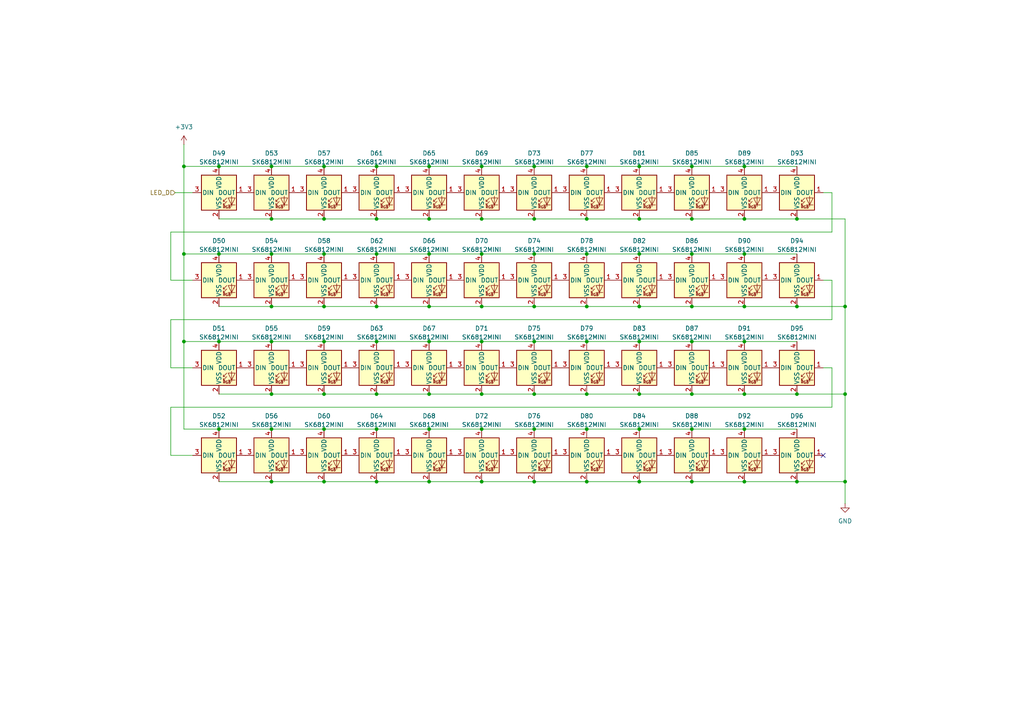
<source format=kicad_sch>
(kicad_sch (version 20250114) (generator "eeschema") (generator_version "9.0")
  (paper "A4")
  (lib_symbols
    (symbol "LED:SK6812MINI" (pin_names (offset 0.254))
      (property "Reference" "D" (at 5.08 5.715 0))
      (property "Value" "SK6812MINI" (at 1.27 -5.715 0))
      (symbol "SK6812MINI_0_0"
        (text "RGB" (at 2.286 -4.191 0) (effects (font (size 0.762 0.762))))
      )
      (symbol "SK6812MINI_0_1"
        (polyline (pts (xy 1.27 -2.54) (xy 1.778 -2.54)))
        (polyline (pts (xy 1.27 -3.556) (xy 1.778 -3.556)))
        (polyline (pts (xy 2.286 -1.524) (xy 1.27 -2.54) (xy 1.27 -2.032)))
        (polyline (pts (xy 2.286 -2.54) (xy 1.27 -3.556) (xy 1.27 -3.048)))
        (polyline (pts (xy 3.683 -1.016) (xy 3.683 -3.556) (xy 3.683 -4.064)))
        (polyline (pts (xy 4.699 -1.524) (xy 2.667 -1.524) (xy 3.683 -3.556) (xy 4.699 -1.524)))
        (polyline (pts (xy 4.699 -3.556) (xy 2.667 -3.556)))
        (rectangle (start 5.08 5.08) (end -5.08 -5.08) (stroke (width 0.254)) (fill (type background)))
      )
      (symbol "SK6812MINI_1_1"
        (pin input line (at -7.62 0 0) (length 2.54) (name "DIN") (number "3"))
        (pin power_in line (at 0 7.62 270) (length 2.54) (name "VDD") (number "4"))
        (pin power_in line (at 0 -7.62 90) (length 2.54) (name "VSS") (number "2"))
        (pin output line (at 7.62 0 180) (length 2.54) (name "DOUT") (number "1"))
      )
    )
    (symbol "power:+3V3" (power) (pin_numbers (hide yes)) (pin_names (offset 0) (hide yes))
      (property "Value" "+3V3" (at 0 3.556 0))
      (symbol "+3V3_0_1"
        (polyline (pts (xy -0.762 1.27) (xy 0 2.54)))
        (polyline (pts (xy 0 2.54) (xy 0.762 1.27)))
        (polyline (pts (xy 0 0) (xy 0 2.54)))
      )
      (symbol "+3V3_1_1"
        (pin power_in line (at 0 0 90) (length 0) (name "~") (number "1"))
      )
    )
    (symbol "power:GND" (power) (pin_numbers (hide yes)) (pin_names (offset 0) (hide yes))
      (property "Value" "GND" (at 0 -3.81 0))
      (symbol "GND_0_1"
        (polyline (pts (xy 0 0) (xy 0 -1.27) (xy 1.27 -1.27) (xy 0 -2.54) (xy -1.27 -1.27) (xy 0 -1.27)))
      )
      (symbol "GND_1_1"
        (pin power_in line (at 0 0 270) (length 0) (name "~") (number "1"))
      )
    )
  )
  (junction (at 139.7 139.7))
  (junction (at 124.46 114.3))
  (junction (at 200.66 73.66))
  (junction (at 93.98 48.26))
  (junction (at 200.66 139.7))
  (junction (at 109.22 139.7))
  (junction (at 124.46 139.7))
  (junction (at 215.9 114.3))
  (junction (at 63.5 48.26))
  (junction (at 231.14 88.9))
  (junction (at 215.9 124.46))
  (junction (at 139.7 48.26))
  (junction (at 245.11 139.7))
  (junction (at 109.22 73.66))
  (junction (at 245.11 114.3))
  (junction (at 215.9 73.66))
  (junction (at 154.94 99.06))
  (junction (at 231.14 63.5))
  (junction (at 200.66 88.9))
  (junction (at 185.42 139.7))
  (junction (at 185.42 63.5))
  (junction (at 93.98 99.06))
  (junction (at 200.66 114.3))
  (junction (at 154.94 114.3))
  (junction (at 93.98 63.5))
  (junction (at 200.66 63.5))
  (junction (at 170.18 139.7))
  (junction (at 139.7 114.3))
  (junction (at 200.66 48.26))
  (junction (at 53.34 99.06))
  (junction (at 93.98 124.46))
  (junction (at 124.46 73.66))
  (junction (at 154.94 139.7))
  (junction (at 53.34 73.66))
  (junction (at 170.18 114.3))
  (junction (at 93.98 139.7))
  (junction (at 109.22 114.3))
  (junction (at 215.9 48.26))
  (junction (at 215.9 139.7))
  (junction (at 139.7 88.9))
  (junction (at 185.42 99.06))
  (junction (at 78.74 73.66))
  (junction (at 109.22 88.9))
  (junction (at 215.9 99.06))
  (junction (at 185.42 48.26))
  (junction (at 200.66 99.06))
  (junction (at 185.42 73.66))
  (junction (at 170.18 63.5))
  (junction (at 139.7 73.66))
  (junction (at 170.18 88.9))
  (junction (at 231.14 139.7))
  (junction (at 154.94 63.5))
  (junction (at 124.46 63.5))
  (junction (at 215.9 88.9))
  (junction (at 78.74 63.5))
  (junction (at 154.94 73.66))
  (junction (at 139.7 124.46))
  (junction (at 109.22 99.06))
  (junction (at 170.18 48.26))
  (junction (at 93.98 73.66))
  (junction (at 154.94 88.9))
  (junction (at 154.94 124.46))
  (junction (at 78.74 124.46))
  (junction (at 185.42 124.46))
  (junction (at 124.46 48.26))
  (junction (at 245.11 88.9))
  (junction (at 231.14 114.3))
  (junction (at 185.42 88.9))
  (junction (at 63.5 99.06))
  (junction (at 93.98 88.9))
  (junction (at 215.9 63.5))
  (junction (at 139.7 63.5))
  (junction (at 185.42 114.3))
  (junction (at 109.22 48.26))
  (junction (at 124.46 99.06))
  (junction (at 154.94 48.26))
  (junction (at 200.66 124.46))
  (junction (at 78.74 139.7))
  (junction (at 78.74 48.26))
  (junction (at 93.98 114.3))
  (junction (at 63.5 73.66))
  (junction (at 109.22 63.5))
  (junction (at 139.7 99.06))
  (junction (at 109.22 124.46))
  (junction (at 124.46 124.46))
  (junction (at 63.5 124.46))
  (junction (at 78.74 114.3))
  (junction (at 170.18 73.66))
  (junction (at 124.46 88.9))
  (junction (at 53.34 48.26))
  (junction (at 78.74 99.06))
  (junction (at 78.74 88.9))
  (junction (at 170.18 124.46))
  (junction (at 170.18 99.06))
  (no_connect (at 238.76 132.08))
  (wire (pts (xy 215.9 124.46) (xy 231.14 124.46)))
  (wire (pts (xy 185.42 48.26) (xy 200.66 48.26)))
  (wire (pts (xy 93.98 63.5) (xy 109.22 63.5)))
  (wire (pts (xy 170.18 48.26) (xy 185.42 48.26)))
  (wire (pts (xy 109.22 124.46) (xy 124.46 124.46)))
  (wire (pts (xy 245.11 139.7) (xy 245.11 114.3)))
  (wire (pts (xy 170.18 63.5) (xy 185.42 63.5)))
  (wire (pts (xy 154.94 114.3) (xy 170.18 114.3)))
  (wire (pts (xy 215.9 63.5) (xy 231.14 63.5)))
  (wire (pts (xy 215.9 99.06) (xy 231.14 99.06)))
  (wire (pts (xy 241.3 81.28) (xy 241.3 92.71)))
  (wire (pts (xy 185.42 139.7) (xy 200.66 139.7)))
  (wire (pts (xy 154.94 124.46) (xy 170.18 124.46)))
  (wire (pts (xy 124.46 139.7) (xy 139.7 139.7)))
  (wire (pts (xy 241.3 55.88) (xy 241.3 67.31)))
  (wire (pts (xy 49.53 67.31) (xy 49.53 81.28)))
  (wire (pts (xy 170.18 124.46) (xy 185.42 124.46)))
  (wire (pts (xy 93.98 124.46) (xy 109.22 124.46)))
  (wire (pts (xy 93.98 99.06) (xy 109.22 99.06)))
  (wire (pts (xy 185.42 114.3) (xy 200.66 114.3)))
  (wire (pts (xy 53.34 124.46) (xy 63.5 124.46)))
  (wire (pts (xy 215.9 48.26) (xy 231.14 48.26)))
  (wire (pts (xy 215.9 73.66) (xy 231.14 73.66)))
  (wire (pts (xy 245.11 63.5) (xy 231.14 63.5)))
  (wire (pts (xy 49.53 81.28) (xy 55.88 81.28)))
  (wire (pts (xy 185.42 73.66) (xy 200.66 73.66)))
  (wire (pts (xy 170.18 88.9) (xy 185.42 88.9)))
  (wire (pts (xy 200.66 114.3) (xy 215.9 114.3)))
  (wire (pts (xy 63.5 124.46) (xy 78.74 124.46)))
  (wire (pts (xy 63.5 114.3) (xy 78.74 114.3)))
  (wire (pts (xy 109.22 114.3) (xy 124.46 114.3)))
  (wire (pts (xy 231.14 139.7) (xy 245.11 139.7)))
  (wire (pts (xy 241.3 118.11) (xy 49.53 118.11)))
  (wire (pts (xy 53.34 48.26) (xy 53.34 73.66)))
  (wire (pts (xy 215.9 114.3) (xy 231.14 114.3)))
  (wire (pts (xy 139.7 88.9) (xy 154.94 88.9)))
  (wire (pts (xy 200.66 73.66) (xy 215.9 73.66)))
  (wire (pts (xy 109.22 63.5) (xy 124.46 63.5)))
  (wire (pts (xy 245.11 88.9) (xy 245.11 63.5)))
  (wire (pts (xy 139.7 114.3) (xy 154.94 114.3)))
  (wire (pts (xy 49.53 118.11) (xy 49.53 132.08)))
  (wire (pts (xy 53.34 99.06) (xy 53.34 124.46)))
  (wire (pts (xy 124.46 124.46) (xy 139.7 124.46)))
  (wire (pts (xy 78.74 63.5) (xy 93.98 63.5)))
  (wire (pts (xy 154.94 63.5) (xy 170.18 63.5)))
  (wire (pts (xy 124.46 99.06) (xy 139.7 99.06)))
  (wire (pts (xy 200.66 48.26) (xy 215.9 48.26)))
  (wire (pts (xy 200.66 99.06) (xy 215.9 99.06)))
  (wire (pts (xy 63.5 88.9) (xy 78.74 88.9)))
  (wire (pts (xy 154.94 88.9) (xy 170.18 88.9)))
  (wire (pts (xy 49.53 132.08) (xy 55.88 132.08)))
  (wire (pts (xy 241.3 67.31) (xy 49.53 67.31)))
  (wire (pts (xy 231.14 88.9) (xy 245.11 88.9)))
  (wire (pts (xy 241.3 106.68) (xy 241.3 118.11)))
  (wire (pts (xy 78.74 124.46) (xy 93.98 124.46)))
  (wire (pts (xy 78.74 73.66) (xy 93.98 73.66)))
  (wire (pts (xy 139.7 139.7) (xy 154.94 139.7)))
  (wire (pts (xy 245.11 139.7) (xy 245.11 146.05)))
  (wire (pts (xy 109.22 73.66) (xy 124.46 73.66)))
  (wire (pts (xy 139.7 99.06) (xy 154.94 99.06)))
  (wire (pts (xy 200.66 139.7) (xy 215.9 139.7)))
  (wire (pts (xy 241.3 92.71) (xy 49.53 92.71)))
  (wire (pts (xy 63.5 139.7) (xy 78.74 139.7)))
  (wire (pts (xy 63.5 63.5) (xy 78.74 63.5)))
  (wire (pts (xy 139.7 73.66) (xy 154.94 73.66)))
  (wire (pts (xy 170.18 73.66) (xy 185.42 73.66)))
  (wire (pts (xy 53.34 73.66) (xy 53.34 99.06)))
  (wire (pts (xy 241.3 106.68) (xy 238.76 106.68)))
  (wire (pts (xy 53.34 48.26) (xy 63.5 48.26)))
  (wire (pts (xy 241.3 55.88) (xy 238.76 55.88)))
  (wire (pts (xy 200.66 124.46) (xy 215.9 124.46)))
  (wire (pts (xy 231.14 114.3) (xy 245.11 114.3)))
  (wire (pts (xy 200.66 63.5) (xy 215.9 63.5)))
  (wire (pts (xy 53.34 41.91) (xy 53.34 48.26)))
  (wire (pts (xy 109.22 139.7) (xy 124.46 139.7)))
  (wire (pts (xy 139.7 124.46) (xy 154.94 124.46)))
  (wire (pts (xy 78.74 48.26) (xy 93.98 48.26)))
  (wire (pts (xy 154.94 99.06) (xy 170.18 99.06)))
  (wire (pts (xy 170.18 139.7) (xy 185.42 139.7)))
  (wire (pts (xy 78.74 139.7) (xy 93.98 139.7)))
  (wire (pts (xy 63.5 99.06) (xy 78.74 99.06)))
  (wire (pts (xy 154.94 48.26) (xy 170.18 48.26)))
  (wire (pts (xy 49.53 92.71) (xy 49.53 106.68)))
  (wire (pts (xy 139.7 48.26) (xy 154.94 48.26)))
  (wire (pts (xy 185.42 124.46) (xy 200.66 124.46)))
  (wire (pts (xy 154.94 139.7) (xy 170.18 139.7)))
  (wire (pts (xy 154.94 73.66) (xy 170.18 73.66)))
  (wire (pts (xy 78.74 114.3) (xy 93.98 114.3)))
  (wire (pts (xy 185.42 99.06) (xy 200.66 99.06)))
  (wire (pts (xy 124.46 48.26) (xy 139.7 48.26)))
  (wire (pts (xy 78.74 88.9) (xy 93.98 88.9)))
  (wire (pts (xy 215.9 139.7) (xy 231.14 139.7)))
  (wire (pts (xy 93.98 48.26) (xy 109.22 48.26)))
  (wire (pts (xy 124.46 114.3) (xy 139.7 114.3)))
  (wire (pts (xy 109.22 99.06) (xy 124.46 99.06)))
  (wire (pts (xy 63.5 48.26) (xy 78.74 48.26)))
  (wire (pts (xy 124.46 73.66) (xy 139.7 73.66)))
  (wire (pts (xy 53.34 73.66) (xy 63.5 73.66)))
  (wire (pts (xy 93.98 139.7) (xy 109.22 139.7)))
  (wire (pts (xy 53.34 99.06) (xy 63.5 99.06)))
  (wire (pts (xy 93.98 88.9) (xy 109.22 88.9)))
  (wire (pts (xy 139.7 63.5) (xy 154.94 63.5)))
  (wire (pts (xy 78.74 99.06) (xy 93.98 99.06)))
  (wire (pts (xy 63.5 73.66) (xy 78.74 73.66)))
  (wire (pts (xy 200.66 88.9) (xy 215.9 88.9)))
  (wire (pts (xy 185.42 88.9) (xy 200.66 88.9)))
  (wire (pts (xy 241.3 81.28) (xy 238.76 81.28)))
  (wire (pts (xy 109.22 48.26) (xy 124.46 48.26)))
  (wire (pts (xy 170.18 99.06) (xy 185.42 99.06)))
  (wire (pts (xy 245.11 114.3) (xy 245.11 88.9)))
  (wire (pts (xy 170.18 114.3) (xy 185.42 114.3)))
  (wire (pts (xy 124.46 88.9) (xy 139.7 88.9)))
  (wire (pts (xy 50.8 55.88) (xy 55.88 55.88)))
  (wire (pts (xy 93.98 114.3) (xy 109.22 114.3)))
  (wire (pts (xy 124.46 63.5) (xy 139.7 63.5)))
  (wire (pts (xy 93.98 73.66) (xy 109.22 73.66)))
  (wire (pts (xy 109.22 88.9) (xy 124.46 88.9)))
  (wire (pts (xy 215.9 88.9) (xy 231.14 88.9)))
  (wire (pts (xy 185.42 63.5) (xy 200.66 63.5)))
  (wire (pts (xy 49.53 106.68) (xy 55.88 106.68)))
  (hierarchical_label "LED_D" (shape input) (at 50.8 55.88 180))
  (symbol (lib_id "LED:SK6812MINI") (at 185.42 132.08 0) (unit 1)
    (property "Reference" "D84" (at 185.42 120.65 0))
    (property "Value" "SK6812MINI" (at 185.42 123.19 0))
    (property "Footprint" "LED_SMD:LED_SK6812MINI_PLCC4_3.5x3.5mm_P1.75mm" (effects (hide yes)))
    (property "Datasheet" "https://cdn-shop.adafruit.com/product-files/2686/SK6812MINI_REV.01-1-2.pdf" (effects (hide yes)))
    (property "Description" "RGB LED with integrated controller" (effects (hide yes)))
  )
  (symbol (lib_id "LED:SK6812MINI") (at 78.74 106.68 0) (unit 1)
    (property "Reference" "D55" (at 78.74 95.25 0))
    (property "Value" "SK6812MINI" (at 78.74 97.79 0))
    (property "Footprint" "LED_SMD:LED_SK6812MINI_PLCC4_3.5x3.5mm_P1.75mm" (effects (hide yes)))
    (property "Datasheet" "https://cdn-shop.adafruit.com/product-files/2686/SK6812MINI_REV.01-1-2.pdf" (effects (hide yes)))
    (property "Description" "RGB LED with integrated controller" (effects (hide yes)))
  )
  (symbol (lib_id "LED:SK6812MINI") (at 231.14 106.68 0) (unit 1)
    (property "Reference" "D95" (at 231.14 95.25 0))
    (property "Value" "SK6812MINI" (at 231.14 97.79 0))
    (property "Footprint" "LED_SMD:LED_SK6812MINI_PLCC4_3.5x3.5mm_P1.75mm" (effects (hide yes)))
    (property "Datasheet" "https://cdn-shop.adafruit.com/product-files/2686/SK6812MINI_REV.01-1-2.pdf" (effects (hide yes)))
    (property "Description" "RGB LED with integrated controller" (effects (hide yes)))
  )
  (symbol (lib_id "LED:SK6812MINI") (at 154.94 132.08 0) (unit 1)
    (property "Reference" "D76" (at 154.94 120.65 0))
    (property "Value" "SK6812MINI" (at 154.94 123.19 0))
    (property "Footprint" "LED_SMD:LED_SK6812MINI_PLCC4_3.5x3.5mm_P1.75mm" (effects (hide yes)))
    (property "Datasheet" "https://cdn-shop.adafruit.com/product-files/2686/SK6812MINI_REV.01-1-2.pdf" (effects (hide yes)))
    (property "Description" "RGB LED with integrated controller" (effects (hide yes)))
  )
  (symbol (lib_id "LED:SK6812MINI") (at 200.66 106.68 0) (unit 1)
    (property "Reference" "D87" (at 200.66 95.25 0))
    (property "Value" "SK6812MINI" (at 200.66 97.79 0))
    (property "Footprint" "LED_SMD:LED_SK6812MINI_PLCC4_3.5x3.5mm_P1.75mm" (effects (hide yes)))
    (property "Datasheet" "https://cdn-shop.adafruit.com/product-files/2686/SK6812MINI_REV.01-1-2.pdf" (effects (hide yes)))
    (property "Description" "RGB LED with integrated controller" (effects (hide yes)))
  )
  (symbol (lib_id "LED:SK6812MINI") (at 215.9 81.28 0) (unit 1)
    (property "Reference" "D90" (at 215.9 69.85 0))
    (property "Value" "SK6812MINI" (at 215.9 72.39 0))
    (property "Footprint" "LED_SMD:LED_SK6812MINI_PLCC4_3.5x3.5mm_P1.75mm" (effects (hide yes)))
    (property "Datasheet" "https://cdn-shop.adafruit.com/product-files/2686/SK6812MINI_REV.01-1-2.pdf" (effects (hide yes)))
    (property "Description" "RGB LED with integrated controller" (effects (hide yes)))
  )
  (symbol (lib_id "LED:SK6812MINI") (at 139.7 106.68 0) (unit 1)
    (property "Reference" "D71" (at 139.7 95.25 0))
    (property "Value" "SK6812MINI" (at 139.7 97.79 0))
    (property "Footprint" "LED_SMD:LED_SK6812MINI_PLCC4_3.5x3.5mm_P1.75mm" (effects (hide yes)))
    (property "Datasheet" "https://cdn-shop.adafruit.com/product-files/2686/SK6812MINI_REV.01-1-2.pdf" (effects (hide yes)))
    (property "Description" "RGB LED with integrated controller" (effects (hide yes)))
  )
  (symbol (lib_id "LED:SK6812MINI") (at 154.94 55.88 0) (unit 1)
    (property "Reference" "D73" (at 154.94 44.45 0))
    (property "Value" "SK6812MINI" (at 154.94 46.99 0))
    (property "Footprint" "LED_SMD:LED_SK6812MINI_PLCC4_3.5x3.5mm_P1.75mm" (effects (hide yes)))
    (property "Datasheet" "https://cdn-shop.adafruit.com/product-files/2686/SK6812MINI_REV.01-1-2.pdf" (effects (hide yes)))
    (property "Description" "RGB LED with integrated controller" (effects (hide yes)))
  )
  (symbol (lib_id "LED:SK6812MINI") (at 109.22 106.68 0) (unit 1)
    (property "Reference" "D63" (at 109.22 95.25 0))
    (property "Value" "SK6812MINI" (at 109.22 97.79 0))
    (property "Footprint" "LED_SMD:LED_SK6812MINI_PLCC4_3.5x3.5mm_P1.75mm" (effects (hide yes)))
    (property "Datasheet" "https://cdn-shop.adafruit.com/product-files/2686/SK6812MINI_REV.01-1-2.pdf" (effects (hide yes)))
    (property "Description" "RGB LED with integrated controller" (effects (hide yes)))
  )
  (symbol (lib_id "LED:SK6812MINI") (at 139.7 55.88 0) (unit 1)
    (property "Reference" "D69" (at 139.7 44.45 0))
    (property "Value" "SK6812MINI" (at 139.7 46.99 0))
    (property "Footprint" "LED_SMD:LED_SK6812MINI_PLCC4_3.5x3.5mm_P1.75mm" (effects (hide yes)))
    (property "Datasheet" "https://cdn-shop.adafruit.com/product-files/2686/SK6812MINI_REV.01-1-2.pdf" (effects (hide yes)))
    (property "Description" "RGB LED with integrated controller" (effects (hide yes)))
  )
  (symbol (lib_id "LED:SK6812MINI") (at 124.46 106.68 0) (unit 1)
    (property "Reference" "D67" (at 124.46 95.25 0))
    (property "Value" "SK6812MINI" (at 124.46 97.79 0))
    (property "Footprint" "LED_SMD:LED_SK6812MINI_PLCC4_3.5x3.5mm_P1.75mm" (effects (hide yes)))
    (property "Datasheet" "https://cdn-shop.adafruit.com/product-files/2686/SK6812MINI_REV.01-1-2.pdf" (effects (hide yes)))
    (property "Description" "RGB LED with integrated controller" (effects (hide yes)))
  )
  (symbol (lib_id "LED:SK6812MINI") (at 215.9 132.08 0) (unit 1)
    (property "Reference" "D92" (at 215.9 120.65 0))
    (property "Value" "SK6812MINI" (at 215.9 123.19 0))
    (property "Footprint" "LED_SMD:LED_SK6812MINI_PLCC4_3.5x3.5mm_P1.75mm" (effects (hide yes)))
    (property "Datasheet" "https://cdn-shop.adafruit.com/product-files/2686/SK6812MINI_REV.01-1-2.pdf" (effects (hide yes)))
    (property "Description" "RGB LED with integrated controller" (effects (hide yes)))
  )
  (symbol (lib_id "LED:SK6812MINI") (at 154.94 81.28 0) (unit 1)
    (property "Reference" "D74" (at 154.94 69.85 0))
    (property "Value" "SK6812MINI" (at 154.94 72.39 0))
    (property "Footprint" "LED_SMD:LED_SK6812MINI_PLCC4_3.5x3.5mm_P1.75mm" (effects (hide yes)))
    (property "Datasheet" "https://cdn-shop.adafruit.com/product-files/2686/SK6812MINI_REV.01-1-2.pdf" (effects (hide yes)))
    (property "Description" "RGB LED with integrated controller" (effects (hide yes)))
  )
  (symbol (lib_id "LED:SK6812MINI") (at 93.98 132.08 0) (unit 1)
    (property "Reference" "D60" (at 93.98 120.65 0))
    (property "Value" "SK6812MINI" (at 93.98 123.19 0))
    (property "Footprint" "LED_SMD:LED_SK6812MINI_PLCC4_3.5x3.5mm_P1.75mm" (effects (hide yes)))
    (property "Datasheet" "https://cdn-shop.adafruit.com/product-files/2686/SK6812MINI_REV.01-1-2.pdf" (effects (hide yes)))
    (property "Description" "RGB LED with integrated controller" (effects (hide yes)))
  )
  (symbol (lib_id "power:+3V3") (at 53.34 41.91 0) (unit 1)
    (property "Reference" "#PWR05" (effects (hide yes)))
    (property "Value" "+3V3" (at 53.34 36.83 0))
    (property "Description" "Power symbol creates a global label with name \"+3V3\"" (effects (hide yes)))
  )
  (symbol (lib_id "LED:SK6812MINI") (at 78.74 55.88 0) (unit 1)
    (property "Reference" "D53" (at 78.74 44.45 0))
    (property "Value" "SK6812MINI" (at 78.74 46.99 0))
    (property "Footprint" "LED_SMD:LED_SK6812MINI_PLCC4_3.5x3.5mm_P1.75mm" (effects (hide yes)))
    (property "Datasheet" "https://cdn-shop.adafruit.com/product-files/2686/SK6812MINI_REV.01-1-2.pdf" (effects (hide yes)))
    (property "Description" "RGB LED with integrated controller" (effects (hide yes)))
  )
  (symbol (lib_id "LED:SK6812MINI") (at 109.22 132.08 0) (unit 1)
    (property "Reference" "D64" (at 109.22 120.65 0))
    (property "Value" "SK6812MINI" (at 109.22 123.19 0))
    (property "Footprint" "LED_SMD:LED_SK6812MINI_PLCC4_3.5x3.5mm_P1.75mm" (effects (hide yes)))
    (property "Datasheet" "https://cdn-shop.adafruit.com/product-files/2686/SK6812MINI_REV.01-1-2.pdf" (effects (hide yes)))
    (property "Description" "RGB LED with integrated controller" (effects (hide yes)))
  )
  (symbol (lib_id "LED:SK6812MINI") (at 78.74 132.08 0) (unit 1)
    (property "Reference" "D56" (at 78.74 120.65 0))
    (property "Value" "SK6812MINI" (at 78.74 123.19 0))
    (property "Footprint" "LED_SMD:LED_SK6812MINI_PLCC4_3.5x3.5mm_P1.75mm" (effects (hide yes)))
    (property "Datasheet" "https://cdn-shop.adafruit.com/product-files/2686/SK6812MINI_REV.01-1-2.pdf" (effects (hide yes)))
    (property "Description" "RGB LED with integrated controller" (effects (hide yes)))
  )
  (symbol (lib_id "LED:SK6812MINI") (at 93.98 81.28 0) (unit 1)
    (property "Reference" "D58" (at 93.98 69.85 0))
    (property "Value" "SK6812MINI" (at 93.98 72.39 0))
    (property "Footprint" "LED_SMD:LED_SK6812MINI_PLCC4_3.5x3.5mm_P1.75mm" (effects (hide yes)))
    (property "Datasheet" "https://cdn-shop.adafruit.com/product-files/2686/SK6812MINI_REV.01-1-2.pdf" (effects (hide yes)))
    (property "Description" "RGB LED with integrated controller" (effects (hide yes)))
  )
  (symbol (lib_id "LED:SK6812MINI") (at 78.74 81.28 0) (unit 1)
    (property "Reference" "D54" (at 78.74 69.85 0))
    (property "Value" "SK6812MINI" (at 78.74 72.39 0))
    (property "Footprint" "LED_SMD:LED_SK6812MINI_PLCC4_3.5x3.5mm_P1.75mm" (effects (hide yes)))
    (property "Datasheet" "https://cdn-shop.adafruit.com/product-files/2686/SK6812MINI_REV.01-1-2.pdf" (effects (hide yes)))
    (property "Description" "RGB LED with integrated controller" (effects (hide yes)))
  )
  (symbol (lib_id "LED:SK6812MINI") (at 170.18 132.08 0) (unit 1)
    (property "Reference" "D80" (at 170.18 120.65 0))
    (property "Value" "SK6812MINI" (at 170.18 123.19 0))
    (property "Footprint" "LED_SMD:LED_SK6812MINI_PLCC4_3.5x3.5mm_P1.75mm" (effects (hide yes)))
    (property "Datasheet" "https://cdn-shop.adafruit.com/product-files/2686/SK6812MINI_REV.01-1-2.pdf" (effects (hide yes)))
    (property "Description" "RGB LED with integrated controller" (effects (hide yes)))
  )
  (symbol (lib_id "LED:SK6812MINI") (at 139.7 81.28 0) (unit 1)
    (property "Reference" "D70" (at 139.7 69.85 0))
    (property "Value" "SK6812MINI" (at 139.7 72.39 0))
    (property "Footprint" "LED_SMD:LED_SK6812MINI_PLCC4_3.5x3.5mm_P1.75mm" (effects (hide yes)))
    (property "Datasheet" "https://cdn-shop.adafruit.com/product-files/2686/SK6812MINI_REV.01-1-2.pdf" (effects (hide yes)))
    (property "Description" "RGB LED with integrated controller" (effects (hide yes)))
  )
  (symbol (lib_id "LED:SK6812MINI") (at 185.42 55.88 0) (unit 1)
    (property "Reference" "D81" (at 185.42 44.45 0))
    (property "Value" "SK6812MINI" (at 185.42 46.99 0))
    (property "Footprint" "LED_SMD:LED_SK6812MINI_PLCC4_3.5x3.5mm_P1.75mm" (effects (hide yes)))
    (property "Datasheet" "https://cdn-shop.adafruit.com/product-files/2686/SK6812MINI_REV.01-1-2.pdf" (effects (hide yes)))
    (property "Description" "RGB LED with integrated controller" (effects (hide yes)))
  )
  (symbol (lib_id "LED:SK6812MINI") (at 93.98 106.68 0) (unit 1)
    (property "Reference" "D59" (at 93.98 95.25 0))
    (property "Value" "SK6812MINI" (at 93.98 97.79 0))
    (property "Footprint" "LED_SMD:LED_SK6812MINI_PLCC4_3.5x3.5mm_P1.75mm" (effects (hide yes)))
    (property "Datasheet" "https://cdn-shop.adafruit.com/product-files/2686/SK6812MINI_REV.01-1-2.pdf" (effects (hide yes)))
    (property "Description" "RGB LED with integrated controller" (effects (hide yes)))
  )
  (symbol (lib_id "LED:SK6812MINI") (at 185.42 81.28 0) (unit 1)
    (property "Reference" "D82" (at 185.42 69.85 0))
    (property "Value" "SK6812MINI" (at 185.42 72.39 0))
    (property "Footprint" "LED_SMD:LED_SK6812MINI_PLCC4_3.5x3.5mm_P1.75mm" (effects (hide yes)))
    (property "Datasheet" "https://cdn-shop.adafruit.com/product-files/2686/SK6812MINI_REV.01-1-2.pdf" (effects (hide yes)))
    (property "Description" "RGB LED with integrated controller" (effects (hide yes)))
  )
  (symbol (lib_id "LED:SK6812MINI") (at 231.14 132.08 0) (unit 1)
    (property "Reference" "D96" (at 231.14 120.65 0))
    (property "Value" "SK6812MINI" (at 231.14 123.19 0))
    (property "Footprint" "LED_SMD:LED_SK6812MINI_PLCC4_3.5x3.5mm_P1.75mm" (effects (hide yes)))
    (property "Datasheet" "https://cdn-shop.adafruit.com/product-files/2686/SK6812MINI_REV.01-1-2.pdf" (effects (hide yes)))
    (property "Description" "RGB LED with integrated controller" (effects (hide yes)))
  )
  (symbol (lib_id "power:GND") (at 245.11 146.05 0) (unit 1)
    (property "Reference" "#PWR06" (effects (hide yes)))
    (property "Value" "GND" (at 245.11 151.13 0))
    (property "Description" "Power symbol creates a global label with name \"GND\" , ground" (effects (hide yes)))
  )
  (symbol (lib_id "LED:SK6812MINI") (at 63.5 106.68 0) (unit 1)
    (property "Reference" "D51" (at 63.5 95.25 0))
    (property "Value" "SK6812MINI" (at 63.5 97.79 0))
    (property "Footprint" "LED_SMD:LED_SK6812MINI_PLCC4_3.5x3.5mm_P1.75mm" (effects (hide yes)))
    (property "Datasheet" "https://cdn-shop.adafruit.com/product-files/2686/SK6812MINI_REV.01-1-2.pdf" (effects (hide yes)))
    (property "Description" "RGB LED with integrated controller" (effects (hide yes)))
  )
  (symbol (lib_id "LED:SK6812MINI") (at 63.5 55.88 0) (unit 1)
    (property "Reference" "D49" (at 63.5 44.45 0))
    (property "Value" "SK6812MINI" (at 63.5 46.99 0))
    (property "Footprint" "LED_SMD:LED_SK6812MINI_PLCC4_3.5x3.5mm_P1.75mm" (effects (hide yes)))
    (property "Datasheet" "https://cdn-shop.adafruit.com/product-files/2686/SK6812MINI_REV.01-1-2.pdf" (effects (hide yes)))
    (property "Description" "RGB LED with integrated controller" (effects (hide yes)))
  )
  (symbol (lib_id "LED:SK6812MINI") (at 215.9 55.88 0) (unit 1)
    (property "Reference" "D89" (at 215.9 44.45 0))
    (property "Value" "SK6812MINI" (at 215.9 46.99 0))
    (property "Footprint" "LED_SMD:LED_SK6812MINI_PLCC4_3.5x3.5mm_P1.75mm" (effects (hide yes)))
    (property "Datasheet" "https://cdn-shop.adafruit.com/product-files/2686/SK6812MINI_REV.01-1-2.pdf" (effects (hide yes)))
    (property "Description" "RGB LED with integrated controller" (effects (hide yes)))
  )
  (symbol (lib_id "LED:SK6812MINI") (at 170.18 55.88 0) (unit 1)
    (property "Reference" "D77" (at 170.18 44.45 0))
    (property "Value" "SK6812MINI" (at 170.18 46.99 0))
    (property "Footprint" "LED_SMD:LED_SK6812MINI_PLCC4_3.5x3.5mm_P1.75mm" (effects (hide yes)))
    (property "Datasheet" "https://cdn-shop.adafruit.com/product-files/2686/SK6812MINI_REV.01-1-2.pdf" (effects (hide yes)))
    (property "Description" "RGB LED with integrated controller" (effects (hide yes)))
  )
  (symbol (lib_id "LED:SK6812MINI") (at 185.42 106.68 0) (unit 1)
    (property "Reference" "D83" (at 185.42 95.25 0))
    (property "Value" "SK6812MINI" (at 185.42 97.79 0))
    (property "Footprint" "LED_SMD:LED_SK6812MINI_PLCC4_3.5x3.5mm_P1.75mm" (effects (hide yes)))
    (property "Datasheet" "https://cdn-shop.adafruit.com/product-files/2686/SK6812MINI_REV.01-1-2.pdf" (effects (hide yes)))
    (property "Description" "RGB LED with integrated controller" (effects (hide yes)))
  )
  (symbol (lib_id "LED:SK6812MINI") (at 109.22 81.28 0) (unit 1)
    (property "Reference" "D62" (at 109.22 69.85 0))
    (property "Value" "SK6812MINI" (at 109.22 72.39 0))
    (property "Footprint" "LED_SMD:LED_SK6812MINI_PLCC4_3.5x3.5mm_P1.75mm" (effects (hide yes)))
    (property "Datasheet" "https://cdn-shop.adafruit.com/product-files/2686/SK6812MINI_REV.01-1-2.pdf" (effects (hide yes)))
    (property "Description" "RGB LED with integrated controller" (effects (hide yes)))
  )
  (symbol (lib_id "LED:SK6812MINI") (at 215.9 106.68 0) (unit 1)
    (property "Reference" "D91" (at 215.9 95.25 0))
    (property "Value" "SK6812MINI" (at 215.9 97.79 0))
    (property "Footprint" "LED_SMD:LED_SK6812MINI_PLCC4_3.5x3.5mm_P1.75mm" (effects (hide yes)))
    (property "Datasheet" "https://cdn-shop.adafruit.com/product-files/2686/SK6812MINI_REV.01-1-2.pdf" (effects (hide yes)))
    (property "Description" "RGB LED with integrated controller" (effects (hide yes)))
  )
  (symbol (lib_id "LED:SK6812MINI") (at 170.18 106.68 0) (unit 1)
    (property "Reference" "D79" (at 170.18 95.25 0))
    (property "Value" "SK6812MINI" (at 170.18 97.79 0))
    (property "Footprint" "LED_SMD:LED_SK6812MINI_PLCC4_3.5x3.5mm_P1.75mm" (effects (hide yes)))
    (property "Datasheet" "https://cdn-shop.adafruit.com/product-files/2686/SK6812MINI_REV.01-1-2.pdf" (effects (hide yes)))
    (property "Description" "RGB LED with integrated controller" (effects (hide yes)))
  )
  (symbol (lib_id "LED:SK6812MINI") (at 200.66 132.08 0) (unit 1)
    (property "Reference" "D88" (at 200.66 120.65 0))
    (property "Value" "SK6812MINI" (at 200.66 123.19 0))
    (property "Footprint" "LED_SMD:LED_SK6812MINI_PLCC4_3.5x3.5mm_P1.75mm" (effects (hide yes)))
    (property "Datasheet" "https://cdn-shop.adafruit.com/product-files/2686/SK6812MINI_REV.01-1-2.pdf" (effects (hide yes)))
    (property "Description" "RGB LED with integrated controller" (effects (hide yes)))
  )
  (symbol (lib_id "LED:SK6812MINI") (at 154.94 106.68 0) (unit 1)
    (property "Reference" "D75" (at 154.94 95.25 0))
    (property "Value" "SK6812MINI" (at 154.94 97.79 0))
    (property "Footprint" "LED_SMD:LED_SK6812MINI_PLCC4_3.5x3.5mm_P1.75mm" (effects (hide yes)))
    (property "Datasheet" "https://cdn-shop.adafruit.com/product-files/2686/SK6812MINI_REV.01-1-2.pdf" (effects (hide yes)))
    (property "Description" "RGB LED with integrated controller" (effects (hide yes)))
  )
  (symbol (lib_id "LED:SK6812MINI") (at 93.98 55.88 0) (unit 1)
    (property "Reference" "D57" (at 93.98 44.45 0))
    (property "Value" "SK6812MINI" (at 93.98 46.99 0))
    (property "Footprint" "LED_SMD:LED_SK6812MINI_PLCC4_3.5x3.5mm_P1.75mm" (effects (hide yes)))
    (property "Datasheet" "https://cdn-shop.adafruit.com/product-files/2686/SK6812MINI_REV.01-1-2.pdf" (effects (hide yes)))
    (property "Description" "RGB LED with integrated controller" (effects (hide yes)))
  )
  (symbol (lib_id "LED:SK6812MINI") (at 200.66 55.88 0) (unit 1)
    (property "Reference" "D85" (at 200.66 44.45 0))
    (property "Value" "SK6812MINI" (at 200.66 46.99 0))
    (property "Footprint" "LED_SMD:LED_SK6812MINI_PLCC4_3.5x3.5mm_P1.75mm" (effects (hide yes)))
    (property "Datasheet" "https://cdn-shop.adafruit.com/product-files/2686/SK6812MINI_REV.01-1-2.pdf" (effects (hide yes)))
    (property "Description" "RGB LED with integrated controller" (effects (hide yes)))
  )
  (symbol (lib_id "LED:SK6812MINI") (at 170.18 81.28 0) (unit 1)
    (property "Reference" "D78" (at 170.18 69.85 0))
    (property "Value" "SK6812MINI" (at 170.18 72.39 0))
    (property "Footprint" "LED_SMD:LED_SK6812MINI_PLCC4_3.5x3.5mm_P1.75mm" (effects (hide yes)))
    (property "Datasheet" "https://cdn-shop.adafruit.com/product-files/2686/SK6812MINI_REV.01-1-2.pdf" (effects (hide yes)))
    (property "Description" "RGB LED with integrated controller" (effects (hide yes)))
  )
  (symbol (lib_id "LED:SK6812MINI") (at 200.66 81.28 0) (unit 1)
    (property "Reference" "D86" (at 200.66 69.85 0))
    (property "Value" "SK6812MINI" (at 200.66 72.39 0))
    (property "Footprint" "LED_SMD:LED_SK6812MINI_PLCC4_3.5x3.5mm_P1.75mm" (effects (hide yes)))
    (property "Datasheet" "https://cdn-shop.adafruit.com/product-files/2686/SK6812MINI_REV.01-1-2.pdf" (effects (hide yes)))
    (property "Description" "RGB LED with integrated controller" (effects (hide yes)))
  )
  (symbol (lib_id "LED:SK6812MINI") (at 124.46 132.08 0) (unit 1)
    (property "Reference" "D68" (at 124.46 120.65 0))
    (property "Value" "SK6812MINI" (at 124.46 123.19 0))
    (property "Footprint" "LED_SMD:LED_SK6812MINI_PLCC4_3.5x3.5mm_P1.75mm" (effects (hide yes)))
    (property "Datasheet" "https://cdn-shop.adafruit.com/product-files/2686/SK6812MINI_REV.01-1-2.pdf" (effects (hide yes)))
    (property "Description" "RGB LED with integrated controller" (effects (hide yes)))
  )
  (symbol (lib_id "LED:SK6812MINI") (at 124.46 81.28 0) (unit 1)
    (property "Reference" "D66" (at 124.46 69.85 0))
    (property "Value" "SK6812MINI" (at 124.46 72.39 0))
    (property "Footprint" "LED_SMD:LED_SK6812MINI_PLCC4_3.5x3.5mm_P1.75mm" (effects (hide yes)))
    (property "Datasheet" "https://cdn-shop.adafruit.com/product-files/2686/SK6812MINI_REV.01-1-2.pdf" (effects (hide yes)))
    (property "Description" "RGB LED with integrated controller" (effects (hide yes)))
  )
  (symbol (lib_id "LED:SK6812MINI") (at 109.22 55.88 0) (unit 1)
    (property "Reference" "D61" (at 109.22 44.45 0))
    (property "Value" "SK6812MINI" (at 109.22 46.99 0))
    (property "Footprint" "LED_SMD:LED_SK6812MINI_PLCC4_3.5x3.5mm_P1.75mm" (effects (hide yes)))
    (property "Datasheet" "https://cdn-shop.adafruit.com/product-files/2686/SK6812MINI_REV.01-1-2.pdf" (effects (hide yes)))
    (property "Description" "RGB LED with integrated controller" (effects (hide yes)))
  )
  (symbol (lib_id "LED:SK6812MINI") (at 63.5 81.28 0) (unit 1)
    (property "Reference" "D50" (at 63.5 69.85 0))
    (property "Value" "SK6812MINI" (at 63.5 72.39 0))
    (property "Footprint" "LED_SMD:LED_SK6812MINI_PLCC4_3.5x3.5mm_P1.75mm" (effects (hide yes)))
    (property "Datasheet" "https://cdn-shop.adafruit.com/product-files/2686/SK6812MINI_REV.01-1-2.pdf" (effects (hide yes)))
    (property "Description" "RGB LED with integrated controller" (effects (hide yes)))
  )
  (symbol (lib_id "LED:SK6812MINI") (at 63.5 132.08 0) (unit 1)
    (property "Reference" "D52" (at 63.5 120.65 0))
    (property "Value" "SK6812MINI" (at 63.5 123.19 0))
    (property "Footprint" "LED_SMD:LED_SK6812MINI_PLCC4_3.5x3.5mm_P1.75mm" (effects (hide yes)))
    (property "Datasheet" "https://cdn-shop.adafruit.com/product-files/2686/SK6812MINI_REV.01-1-2.pdf" (effects (hide yes)))
    (property "Description" "RGB LED with integrated controller" (effects (hide yes)))
  )
  (symbol (lib_id "LED:SK6812MINI") (at 231.14 81.28 0) (unit 1)
    (property "Reference" "D94" (at 231.14 69.85 0))
    (property "Value" "SK6812MINI" (at 231.14 72.39 0))
    (property "Footprint" "LED_SMD:LED_SK6812MINI_PLCC4_3.5x3.5mm_P1.75mm" (effects (hide yes)))
    (property "Datasheet" "https://cdn-shop.adafruit.com/product-files/2686/SK6812MINI_REV.01-1-2.pdf" (effects (hide yes)))
    (property "Description" "RGB LED with integrated controller" (effects (hide yes)))
  )
  (symbol (lib_id "LED:SK6812MINI") (at 231.14 55.88 0) (unit 1)
    (property "Reference" "D93" (at 231.14 44.45 0))
    (property "Value" "SK6812MINI" (at 231.14 46.99 0))
    (property "Footprint" "LED_SMD:LED_SK6812MINI_PLCC4_3.5x3.5mm_P1.75mm" (effects (hide yes)))
    (property "Datasheet" "https://cdn-shop.adafruit.com/product-files/2686/SK6812MINI_REV.01-1-2.pdf" (effects (hide yes)))
    (property "Description" "RGB LED with integrated controller" (effects (hide yes)))
  )
  (symbol (lib_id "LED:SK6812MINI") (at 139.7 132.08 0) (unit 1)
    (property "Reference" "D72" (at 139.7 120.65 0))
    (property "Value" "SK6812MINI" (at 139.7 123.19 0))
    (property "Footprint" "LED_SMD:LED_SK6812MINI_PLCC4_3.5x3.5mm_P1.75mm" (effects (hide yes)))
    (property "Datasheet" "https://cdn-shop.adafruit.com/product-files/2686/SK6812MINI_REV.01-1-2.pdf" (effects (hide yes)))
    (property "Description" "RGB LED with integrated controller" (effects (hide yes)))
  )
  (symbol (lib_id "LED:SK6812MINI") (at 124.46 55.88 0) (unit 1)
    (property "Reference" "D65" (at 124.46 44.45 0))
    (property "Value" "SK6812MINI" (at 124.46 46.99 0))
    (property "Footprint" "LED_SMD:LED_SK6812MINI_PLCC4_3.5x3.5mm_P1.75mm" (effects (hide yes)))
    (property "Datasheet" "https://cdn-shop.adafruit.com/product-files/2686/SK6812MINI_REV.01-1-2.pdf" (effects (hide yes)))
    (property "Description" "RGB LED with integrated controller" (effects (hide yes)))
  )
)
</source>
